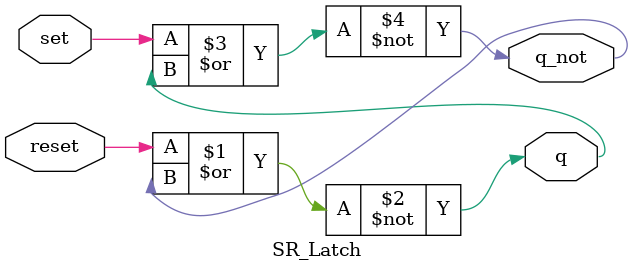
<source format=sv>
module SR_Latch(input logic set, input logic reset, output logic q, output logic q_not);

    assign q = ~(reset | q_not);
    assign q_not = ~(set | q);

endmodule

</source>
